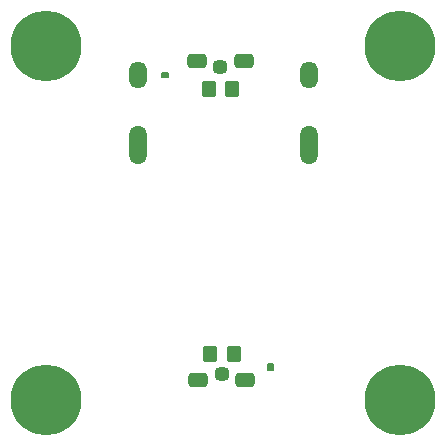
<source format=gbr>
%TF.GenerationSoftware,KiCad,Pcbnew,7.0.7*%
%TF.CreationDate,2023-11-23T16:05:49-08:00*%
%TF.ProjectId,MIPI2HDMI,4d495049-3248-4444-9d49-2e6b69636164,R1*%
%TF.SameCoordinates,Original*%
%TF.FileFunction,Soldermask,Bot*%
%TF.FilePolarity,Negative*%
%FSLAX46Y46*%
G04 Gerber Fmt 4.6, Leading zero omitted, Abs format (unit mm)*
G04 Created by KiCad (PCBNEW 7.0.7) date 2023-11-23 16:05:49*
%MOMM*%
%LPD*%
G01*
G04 APERTURE LIST*
G04 Aperture macros list*
%AMRoundRect*
0 Rectangle with rounded corners*
0 $1 Rounding radius*
0 $2 $3 $4 $5 $6 $7 $8 $9 X,Y pos of 4 corners*
0 Add a 4 corners polygon primitive as box body*
4,1,4,$2,$3,$4,$5,$6,$7,$8,$9,$2,$3,0*
0 Add four circle primitives for the rounded corners*
1,1,$1+$1,$2,$3*
1,1,$1+$1,$4,$5*
1,1,$1+$1,$6,$7*
1,1,$1+$1,$8,$9*
0 Add four rect primitives between the rounded corners*
20,1,$1+$1,$2,$3,$4,$5,0*
20,1,$1+$1,$4,$5,$6,$7,0*
20,1,$1+$1,$6,$7,$8,$9,0*
20,1,$1+$1,$8,$9,$2,$3,0*%
G04 Aperture macros list end*
%ADD10C,0.150000*%
%ADD11O,1.500000X3.300000*%
%ADD12O,1.500000X2.300000*%
%ADD13C,6.000000*%
%ADD14RoundRect,0.327000X-0.275000X-0.225000X0.275000X-0.225000X0.275000X0.225000X-0.275000X0.225000X0*%
%ADD15RoundRect,0.352000X-0.500000X-0.250000X0.500000X-0.250000X0.500000X0.250000X-0.500000X0.250000X0*%
%ADD16RoundRect,0.250000X-0.350000X-0.450000X0.350000X-0.450000X0.350000X0.450000X-0.350000X0.450000X0*%
%ADD17RoundRect,0.250000X0.350000X0.450000X-0.350000X0.450000X-0.350000X-0.450000X0.350000X-0.450000X0*%
%ADD18RoundRect,0.327000X0.275000X0.225000X-0.275000X0.225000X-0.275000X-0.225000X0.275000X-0.225000X0*%
%ADD19RoundRect,0.352000X0.500000X0.250000X-0.500000X0.250000X-0.500000X-0.250000X0.500000X-0.250000X0*%
G04 APERTURE END LIST*
D10*
X117575000Y-98170000D02*
X117985000Y-98170000D01*
X117985000Y-98650000D01*
X117575000Y-98650000D01*
X117575000Y-98170000D01*
G36*
X117575000Y-98170000D02*
G01*
X117985000Y-98170000D01*
X117985000Y-98650000D01*
X117575000Y-98650000D01*
X117575000Y-98170000D01*
G37*
X108655000Y-73480000D02*
X109135000Y-73480000D01*
X109135000Y-73890000D01*
X108655000Y-73890000D01*
X108655000Y-73480000D01*
G36*
X108655000Y-73480000D02*
G01*
X109135000Y-73480000D01*
X109135000Y-73890000D01*
X108655000Y-73890000D01*
X108655000Y-73480000D01*
G37*
D11*
%TO.C,J1*%
X106550000Y-79630000D03*
X121050000Y-79630000D03*
D12*
X106550000Y-73670000D03*
X121050000Y-73670000D03*
%TD*%
D13*
%TO.C,H1*%
X128800000Y-71200000D03*
%TD*%
%TO.C,H3*%
X128800000Y-101200000D03*
%TD*%
%TO.C,H4*%
X98800000Y-101200000D03*
%TD*%
%TO.C,H2*%
X98800000Y-71200000D03*
%TD*%
D14*
%TO.C,D1*%
X113565000Y-73040000D03*
D15*
X115565000Y-72490000D03*
X111565000Y-72490000D03*
%TD*%
D16*
%TO.C,R1*%
X112575000Y-74850000D03*
X114575000Y-74850000D03*
%TD*%
D17*
%TO.C,R3*%
X114675000Y-97310000D03*
X112675000Y-97310000D03*
%TD*%
D18*
%TO.C,D3*%
X113685000Y-98990000D03*
D19*
X111685000Y-99540000D03*
X115685000Y-99540000D03*
%TD*%
M02*

</source>
